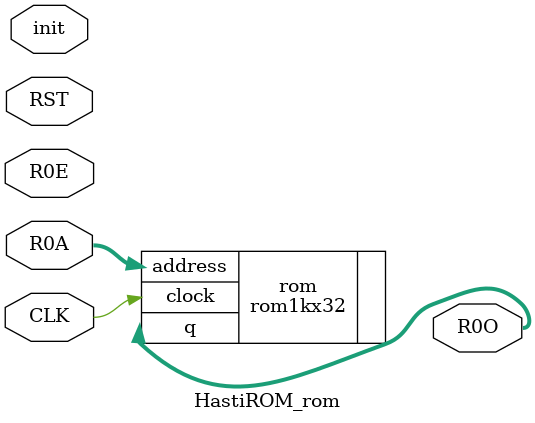
<source format=v>
/* bootmem */

module HastiROM_rom
  (input  wire        CLK,
   input  wire        RST,
   input  wire        init,
   input  wire [9:0]  R0A,
   input  wire        R0E,
   output wire [31:0] R0O);

   rom1kx32 rom
     (.address(R0A),
      .clock  (CLK),
      .q      (R0O));
endmodule

</source>
